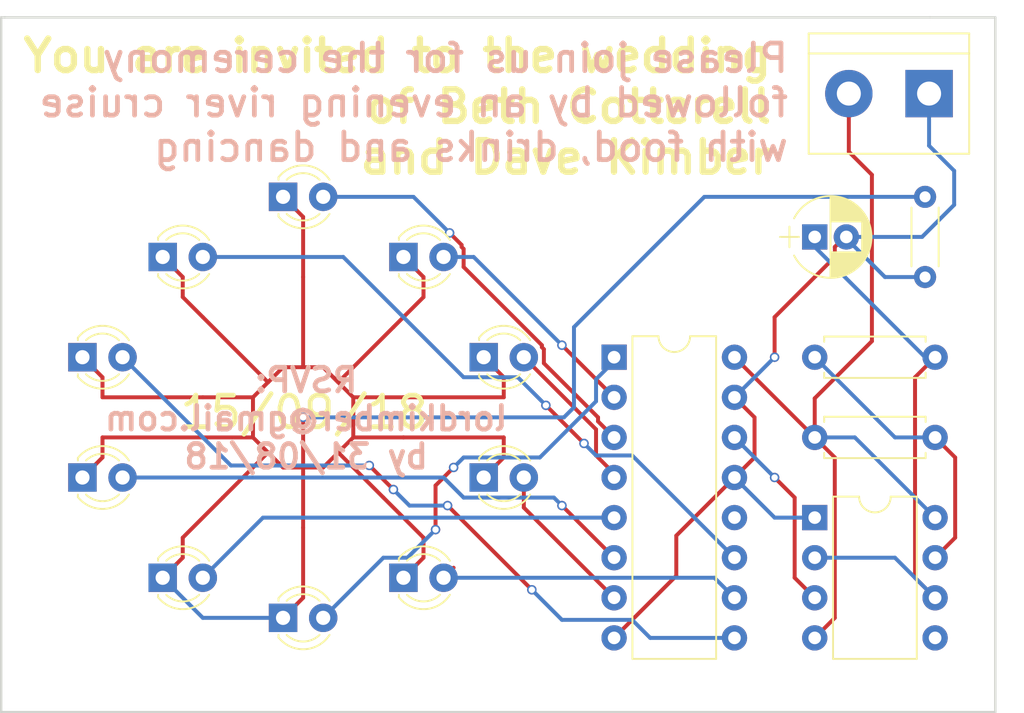
<source format=kicad_pcb>
(kicad_pcb (version 4) (host pcbnew 4.0.7-e2-6376~58~ubuntu16.04.1)

  (general
    (links 36)
    (no_connects 0)
    (area 128.131499 82.538499 191.210001 126.694001)
    (thickness 1.6)
    (drawings 11)
    (tracks 191)
    (zones 0)
    (modules 17)
    (nets 19)
  )

  (page A4)
  (layers
    (0 F.Cu signal)
    (31 B.Cu signal)
    (32 B.Adhes user)
    (33 F.Adhes user)
    (34 B.Paste user)
    (35 F.Paste user)
    (36 B.SilkS user)
    (37 F.SilkS user)
    (38 B.Mask user)
    (39 F.Mask user)
    (40 Dwgs.User user)
    (41 Cmts.User user)
    (42 Eco1.User user)
    (43 Eco2.User user)
    (44 Edge.Cuts user)
    (45 Margin user)
    (46 B.CrtYd user)
    (47 F.CrtYd user)
    (48 B.Fab user)
    (49 F.Fab user)
  )

  (setup
    (last_trace_width 0.25)
    (trace_clearance 0.2)
    (zone_clearance 0.508)
    (zone_45_only no)
    (trace_min 0.2)
    (segment_width 0.2)
    (edge_width 0.15)
    (via_size 0.6)
    (via_drill 0.4)
    (via_min_size 0.4)
    (via_min_drill 0.3)
    (uvia_size 0.3)
    (uvia_drill 0.1)
    (uvias_allowed no)
    (uvia_min_size 0.2)
    (uvia_min_drill 0.1)
    (pcb_text_width 0.3)
    (pcb_text_size 1.5 1.5)
    (mod_edge_width 0.15)
    (mod_text_size 1 1)
    (mod_text_width 0.15)
    (pad_size 1.524 1.524)
    (pad_drill 0.762)
    (pad_to_mask_clearance 0.2)
    (aux_axis_origin 0 0)
    (visible_elements FFFFFF7F)
    (pcbplotparams
      (layerselection 0x010f0_80000001)
      (usegerberextensions false)
      (excludeedgelayer true)
      (linewidth 0.100000)
      (plotframeref false)
      (viasonmask false)
      (mode 1)
      (useauxorigin false)
      (hpglpennumber 1)
      (hpglpenspeed 20)
      (hpglpendiameter 15)
      (hpglpenoverlay 2)
      (psnegative false)
      (psa4output false)
      (plotreference true)
      (plotvalue true)
      (plotinvisibletext false)
      (padsonsilk false)
      (subtractmaskfromsilk false)
      (outputformat 1)
      (mirror false)
      (drillshape 0)
      (scaleselection 1)
      (outputdirectory ""))
  )

  (net 0 "")
  (net 1 "Net-(C1-Pad1)")
  (net 2 "Net-(D1-Pad1)")
  (net 3 "Net-(D1-Pad2)")
  (net 4 "Net-(D2-Pad2)")
  (net 5 "Net-(D3-Pad2)")
  (net 6 "Net-(D4-Pad2)")
  (net 7 "Net-(D5-Pad2)")
  (net 8 "Net-(D6-Pad2)")
  (net 9 "Net-(D7-Pad2)")
  (net 10 "Net-(D8-Pad2)")
  (net 11 "Net-(D9-Pad2)")
  (net 12 "Net-(D10-Pad2)")
  (net 13 "Net-(R1-Pad1)")
  (net 14 "Net-(U1-Pad5)")
  (net 15 "Net-(U1-Pad3)")
  (net 16 "Net-(U2-Pad12)")
  (net 17 VSS)
  (net 18 VDD)

  (net_class Default "This is the default net class."
    (clearance 0.2)
    (trace_width 0.25)
    (via_dia 0.6)
    (via_drill 0.4)
    (uvia_dia 0.3)
    (uvia_drill 0.1)
    (add_net "Net-(C1-Pad1)")
    (add_net "Net-(D1-Pad1)")
    (add_net "Net-(D1-Pad2)")
    (add_net "Net-(D10-Pad2)")
    (add_net "Net-(D2-Pad2)")
    (add_net "Net-(D3-Pad2)")
    (add_net "Net-(D4-Pad2)")
    (add_net "Net-(D5-Pad2)")
    (add_net "Net-(D6-Pad2)")
    (add_net "Net-(D7-Pad2)")
    (add_net "Net-(D8-Pad2)")
    (add_net "Net-(D9-Pad2)")
    (add_net "Net-(R1-Pad1)")
    (add_net "Net-(U1-Pad3)")
    (add_net "Net-(U1-Pad5)")
    (add_net "Net-(U2-Pad12)")
    (add_net VDD)
    (add_net VSS)
  )

  (module Resistors_THT:R_Axial_DIN0204_L3.6mm_D1.6mm_P5.08mm_Horizontal (layer F.Cu) (tedit 5B216908) (tstamp 5A65EEDE)
    (at 186.69 93.98 270)
    (descr "Resistor, Axial_DIN0204 series, Axial, Horizontal, pin pitch=5.08mm, 0.16666666666666666W = 1/6W, length*diameter=3.6*1.6mm^2, http://cdn-reichelt.de/documents/datenblatt/B400/1_4W%23YAG.pdf")
    (tags "Resistor Axial_DIN0204 series Axial Horizontal pin pitch 5.08mm 0.16666666666666666W = 1/6W length 3.6mm diameter 1.6mm")
    (path /5A65E48C)
    (fp_text reference R3 (at 2.54 -1.86 270) (layer F.SilkS) hide
      (effects (font (size 1 1) (thickness 0.15)))
    )
    (fp_text value 1K (at 2.54 1.86 270) (layer F.Fab)
      (effects (font (size 1 1) (thickness 0.15)))
    )
    (fp_line (start 0.74 -0.8) (end 0.74 0.8) (layer F.Fab) (width 0.1))
    (fp_line (start 0.74 0.8) (end 4.34 0.8) (layer F.Fab) (width 0.1))
    (fp_line (start 4.34 0.8) (end 4.34 -0.8) (layer F.Fab) (width 0.1))
    (fp_line (start 4.34 -0.8) (end 0.74 -0.8) (layer F.Fab) (width 0.1))
    (fp_line (start 0 0) (end 0.74 0) (layer F.Fab) (width 0.1))
    (fp_line (start 5.08 0) (end 4.34 0) (layer F.Fab) (width 0.1))
    (fp_line (start 0.68 -0.86) (end 4.4 -0.86) (layer F.SilkS) (width 0.12))
    (fp_line (start 0.68 0.86) (end 4.4 0.86) (layer F.SilkS) (width 0.12))
    (fp_line (start -0.95 -1.15) (end -0.95 1.15) (layer F.CrtYd) (width 0.05))
    (fp_line (start -0.95 1.15) (end 6.05 1.15) (layer F.CrtYd) (width 0.05))
    (fp_line (start 6.05 1.15) (end 6.05 -1.15) (layer F.CrtYd) (width 0.05))
    (fp_line (start 6.05 -1.15) (end -0.95 -1.15) (layer F.CrtYd) (width 0.05))
    (pad 1 thru_hole circle (at 0 0 270) (size 1.4 1.4) (drill 0.7) (layers *.Cu *.Mask)
      (net 2 "Net-(D1-Pad1)"))
    (pad 2 thru_hole oval (at 5.08 0 270) (size 1.4 1.4) (drill 0.7) (layers *.Cu *.Mask)
      (net 17 VSS))
    (model ${KISYS3DMOD}/Resistors_THT.3dshapes/R_Axial_DIN0204_L3.6mm_D1.6mm_P5.08mm_Horizontal.wrl
      (at (xyz 0 0 0))
      (scale (xyz 0.393701 0.393701 0.393701))
      (rotate (xyz 0 0 0))
    )
  )

  (module Capacitors_THT:CP_Radial_D5.0mm_P2.00mm (layer F.Cu) (tedit 5B216911) (tstamp 5A65EE90)
    (at 179.705 96.52)
    (descr "CP, Radial series, Radial, pin pitch=2.00mm, , diameter=5mm, Electrolytic Capacitor")
    (tags "CP Radial series Radial pin pitch 2.00mm  diameter 5mm Electrolytic Capacitor")
    (path /5A65E56A)
    (fp_text reference C1 (at 1 -3.81) (layer F.SilkS) hide
      (effects (font (size 1 1) (thickness 0.15)))
    )
    (fp_text value 1uF (at 1 3.81) (layer F.Fab)
      (effects (font (size 1 1) (thickness 0.15)))
    )
    (fp_arc (start 1 0) (end -1.30558 -1.18) (angle 125.8) (layer F.SilkS) (width 0.12))
    (fp_arc (start 1 0) (end -1.30558 1.18) (angle -125.8) (layer F.SilkS) (width 0.12))
    (fp_arc (start 1 0) (end 3.30558 -1.18) (angle 54.2) (layer F.SilkS) (width 0.12))
    (fp_circle (center 1 0) (end 3.5 0) (layer F.Fab) (width 0.1))
    (fp_line (start -2.2 0) (end -1 0) (layer F.Fab) (width 0.1))
    (fp_line (start -1.6 -0.65) (end -1.6 0.65) (layer F.Fab) (width 0.1))
    (fp_line (start 1 -2.55) (end 1 2.55) (layer F.SilkS) (width 0.12))
    (fp_line (start 1.04 -2.55) (end 1.04 -0.98) (layer F.SilkS) (width 0.12))
    (fp_line (start 1.04 0.98) (end 1.04 2.55) (layer F.SilkS) (width 0.12))
    (fp_line (start 1.08 -2.549) (end 1.08 -0.98) (layer F.SilkS) (width 0.12))
    (fp_line (start 1.08 0.98) (end 1.08 2.549) (layer F.SilkS) (width 0.12))
    (fp_line (start 1.12 -2.548) (end 1.12 -0.98) (layer F.SilkS) (width 0.12))
    (fp_line (start 1.12 0.98) (end 1.12 2.548) (layer F.SilkS) (width 0.12))
    (fp_line (start 1.16 -2.546) (end 1.16 -0.98) (layer F.SilkS) (width 0.12))
    (fp_line (start 1.16 0.98) (end 1.16 2.546) (layer F.SilkS) (width 0.12))
    (fp_line (start 1.2 -2.543) (end 1.2 -0.98) (layer F.SilkS) (width 0.12))
    (fp_line (start 1.2 0.98) (end 1.2 2.543) (layer F.SilkS) (width 0.12))
    (fp_line (start 1.24 -2.539) (end 1.24 -0.98) (layer F.SilkS) (width 0.12))
    (fp_line (start 1.24 0.98) (end 1.24 2.539) (layer F.SilkS) (width 0.12))
    (fp_line (start 1.28 -2.535) (end 1.28 -0.98) (layer F.SilkS) (width 0.12))
    (fp_line (start 1.28 0.98) (end 1.28 2.535) (layer F.SilkS) (width 0.12))
    (fp_line (start 1.32 -2.531) (end 1.32 -0.98) (layer F.SilkS) (width 0.12))
    (fp_line (start 1.32 0.98) (end 1.32 2.531) (layer F.SilkS) (width 0.12))
    (fp_line (start 1.36 -2.525) (end 1.36 -0.98) (layer F.SilkS) (width 0.12))
    (fp_line (start 1.36 0.98) (end 1.36 2.525) (layer F.SilkS) (width 0.12))
    (fp_line (start 1.4 -2.519) (end 1.4 -0.98) (layer F.SilkS) (width 0.12))
    (fp_line (start 1.4 0.98) (end 1.4 2.519) (layer F.SilkS) (width 0.12))
    (fp_line (start 1.44 -2.513) (end 1.44 -0.98) (layer F.SilkS) (width 0.12))
    (fp_line (start 1.44 0.98) (end 1.44 2.513) (layer F.SilkS) (width 0.12))
    (fp_line (start 1.48 -2.506) (end 1.48 -0.98) (layer F.SilkS) (width 0.12))
    (fp_line (start 1.48 0.98) (end 1.48 2.506) (layer F.SilkS) (width 0.12))
    (fp_line (start 1.52 -2.498) (end 1.52 -0.98) (layer F.SilkS) (width 0.12))
    (fp_line (start 1.52 0.98) (end 1.52 2.498) (layer F.SilkS) (width 0.12))
    (fp_line (start 1.56 -2.489) (end 1.56 -0.98) (layer F.SilkS) (width 0.12))
    (fp_line (start 1.56 0.98) (end 1.56 2.489) (layer F.SilkS) (width 0.12))
    (fp_line (start 1.6 -2.48) (end 1.6 -0.98) (layer F.SilkS) (width 0.12))
    (fp_line (start 1.6 0.98) (end 1.6 2.48) (layer F.SilkS) (width 0.12))
    (fp_line (start 1.64 -2.47) (end 1.64 -0.98) (layer F.SilkS) (width 0.12))
    (fp_line (start 1.64 0.98) (end 1.64 2.47) (layer F.SilkS) (width 0.12))
    (fp_line (start 1.68 -2.46) (end 1.68 -0.98) (layer F.SilkS) (width 0.12))
    (fp_line (start 1.68 0.98) (end 1.68 2.46) (layer F.SilkS) (width 0.12))
    (fp_line (start 1.721 -2.448) (end 1.721 -0.98) (layer F.SilkS) (width 0.12))
    (fp_line (start 1.721 0.98) (end 1.721 2.448) (layer F.SilkS) (width 0.12))
    (fp_line (start 1.761 -2.436) (end 1.761 -0.98) (layer F.SilkS) (width 0.12))
    (fp_line (start 1.761 0.98) (end 1.761 2.436) (layer F.SilkS) (width 0.12))
    (fp_line (start 1.801 -2.424) (end 1.801 -0.98) (layer F.SilkS) (width 0.12))
    (fp_line (start 1.801 0.98) (end 1.801 2.424) (layer F.SilkS) (width 0.12))
    (fp_line (start 1.841 -2.41) (end 1.841 -0.98) (layer F.SilkS) (width 0.12))
    (fp_line (start 1.841 0.98) (end 1.841 2.41) (layer F.SilkS) (width 0.12))
    (fp_line (start 1.881 -2.396) (end 1.881 -0.98) (layer F.SilkS) (width 0.12))
    (fp_line (start 1.881 0.98) (end 1.881 2.396) (layer F.SilkS) (width 0.12))
    (fp_line (start 1.921 -2.382) (end 1.921 -0.98) (layer F.SilkS) (width 0.12))
    (fp_line (start 1.921 0.98) (end 1.921 2.382) (layer F.SilkS) (width 0.12))
    (fp_line (start 1.961 -2.366) (end 1.961 -0.98) (layer F.SilkS) (width 0.12))
    (fp_line (start 1.961 0.98) (end 1.961 2.366) (layer F.SilkS) (width 0.12))
    (fp_line (start 2.001 -2.35) (end 2.001 -0.98) (layer F.SilkS) (width 0.12))
    (fp_line (start 2.001 0.98) (end 2.001 2.35) (layer F.SilkS) (width 0.12))
    (fp_line (start 2.041 -2.333) (end 2.041 -0.98) (layer F.SilkS) (width 0.12))
    (fp_line (start 2.041 0.98) (end 2.041 2.333) (layer F.SilkS) (width 0.12))
    (fp_line (start 2.081 -2.315) (end 2.081 -0.98) (layer F.SilkS) (width 0.12))
    (fp_line (start 2.081 0.98) (end 2.081 2.315) (layer F.SilkS) (width 0.12))
    (fp_line (start 2.121 -2.296) (end 2.121 -0.98) (layer F.SilkS) (width 0.12))
    (fp_line (start 2.121 0.98) (end 2.121 2.296) (layer F.SilkS) (width 0.12))
    (fp_line (start 2.161 -2.276) (end 2.161 -0.98) (layer F.SilkS) (width 0.12))
    (fp_line (start 2.161 0.98) (end 2.161 2.276) (layer F.SilkS) (width 0.12))
    (fp_line (start 2.201 -2.256) (end 2.201 -0.98) (layer F.SilkS) (width 0.12))
    (fp_line (start 2.201 0.98) (end 2.201 2.256) (layer F.SilkS) (width 0.12))
    (fp_line (start 2.241 -2.234) (end 2.241 -0.98) (layer F.SilkS) (width 0.12))
    (fp_line (start 2.241 0.98) (end 2.241 2.234) (layer F.SilkS) (width 0.12))
    (fp_line (start 2.281 -2.212) (end 2.281 -0.98) (layer F.SilkS) (width 0.12))
    (fp_line (start 2.281 0.98) (end 2.281 2.212) (layer F.SilkS) (width 0.12))
    (fp_line (start 2.321 -2.189) (end 2.321 -0.98) (layer F.SilkS) (width 0.12))
    (fp_line (start 2.321 0.98) (end 2.321 2.189) (layer F.SilkS) (width 0.12))
    (fp_line (start 2.361 -2.165) (end 2.361 -0.98) (layer F.SilkS) (width 0.12))
    (fp_line (start 2.361 0.98) (end 2.361 2.165) (layer F.SilkS) (width 0.12))
    (fp_line (start 2.401 -2.14) (end 2.401 -0.98) (layer F.SilkS) (width 0.12))
    (fp_line (start 2.401 0.98) (end 2.401 2.14) (layer F.SilkS) (width 0.12))
    (fp_line (start 2.441 -2.113) (end 2.441 -0.98) (layer F.SilkS) (width 0.12))
    (fp_line (start 2.441 0.98) (end 2.441 2.113) (layer F.SilkS) (width 0.12))
    (fp_line (start 2.481 -2.086) (end 2.481 -0.98) (layer F.SilkS) (width 0.12))
    (fp_line (start 2.481 0.98) (end 2.481 2.086) (layer F.SilkS) (width 0.12))
    (fp_line (start 2.521 -2.058) (end 2.521 -0.98) (layer F.SilkS) (width 0.12))
    (fp_line (start 2.521 0.98) (end 2.521 2.058) (layer F.SilkS) (width 0.12))
    (fp_line (start 2.561 -2.028) (end 2.561 -0.98) (layer F.SilkS) (width 0.12))
    (fp_line (start 2.561 0.98) (end 2.561 2.028) (layer F.SilkS) (width 0.12))
    (fp_line (start 2.601 -1.997) (end 2.601 -0.98) (layer F.SilkS) (width 0.12))
    (fp_line (start 2.601 0.98) (end 2.601 1.997) (layer F.SilkS) (width 0.12))
    (fp_line (start 2.641 -1.965) (end 2.641 -0.98) (layer F.SilkS) (width 0.12))
    (fp_line (start 2.641 0.98) (end 2.641 1.965) (layer F.SilkS) (width 0.12))
    (fp_line (start 2.681 -1.932) (end 2.681 -0.98) (layer F.SilkS) (width 0.12))
    (fp_line (start 2.681 0.98) (end 2.681 1.932) (layer F.SilkS) (width 0.12))
    (fp_line (start 2.721 -1.897) (end 2.721 -0.98) (layer F.SilkS) (width 0.12))
    (fp_line (start 2.721 0.98) (end 2.721 1.897) (layer F.SilkS) (width 0.12))
    (fp_line (start 2.761 -1.861) (end 2.761 -0.98) (layer F.SilkS) (width 0.12))
    (fp_line (start 2.761 0.98) (end 2.761 1.861) (layer F.SilkS) (width 0.12))
    (fp_line (start 2.801 -1.823) (end 2.801 -0.98) (layer F.SilkS) (width 0.12))
    (fp_line (start 2.801 0.98) (end 2.801 1.823) (layer F.SilkS) (width 0.12))
    (fp_line (start 2.841 -1.783) (end 2.841 -0.98) (layer F.SilkS) (width 0.12))
    (fp_line (start 2.841 0.98) (end 2.841 1.783) (layer F.SilkS) (width 0.12))
    (fp_line (start 2.881 -1.742) (end 2.881 -0.98) (layer F.SilkS) (width 0.12))
    (fp_line (start 2.881 0.98) (end 2.881 1.742) (layer F.SilkS) (width 0.12))
    (fp_line (start 2.921 -1.699) (end 2.921 -0.98) (layer F.SilkS) (width 0.12))
    (fp_line (start 2.921 0.98) (end 2.921 1.699) (layer F.SilkS) (width 0.12))
    (fp_line (start 2.961 -1.654) (end 2.961 -0.98) (layer F.SilkS) (width 0.12))
    (fp_line (start 2.961 0.98) (end 2.961 1.654) (layer F.SilkS) (width 0.12))
    (fp_line (start 3.001 -1.606) (end 3.001 1.606) (layer F.SilkS) (width 0.12))
    (fp_line (start 3.041 -1.556) (end 3.041 1.556) (layer F.SilkS) (width 0.12))
    (fp_line (start 3.081 -1.504) (end 3.081 1.504) (layer F.SilkS) (width 0.12))
    (fp_line (start 3.121 -1.448) (end 3.121 1.448) (layer F.SilkS) (width 0.12))
    (fp_line (start 3.161 -1.39) (end 3.161 1.39) (layer F.SilkS) (width 0.12))
    (fp_line (start 3.201 -1.327) (end 3.201 1.327) (layer F.SilkS) (width 0.12))
    (fp_line (start 3.241 -1.261) (end 3.241 1.261) (layer F.SilkS) (width 0.12))
    (fp_line (start 3.281 -1.189) (end 3.281 1.189) (layer F.SilkS) (width 0.12))
    (fp_line (start 3.321 -1.112) (end 3.321 1.112) (layer F.SilkS) (width 0.12))
    (fp_line (start 3.361 -1.028) (end 3.361 1.028) (layer F.SilkS) (width 0.12))
    (fp_line (start 3.401 -0.934) (end 3.401 0.934) (layer F.SilkS) (width 0.12))
    (fp_line (start 3.441 -0.829) (end 3.441 0.829) (layer F.SilkS) (width 0.12))
    (fp_line (start 3.481 -0.707) (end 3.481 0.707) (layer F.SilkS) (width 0.12))
    (fp_line (start 3.521 -0.559) (end 3.521 0.559) (layer F.SilkS) (width 0.12))
    (fp_line (start 3.561 -0.354) (end 3.561 0.354) (layer F.SilkS) (width 0.12))
    (fp_line (start -2.2 0) (end -1 0) (layer F.SilkS) (width 0.12))
    (fp_line (start -1.6 -0.65) (end -1.6 0.65) (layer F.SilkS) (width 0.12))
    (fp_line (start -1.85 -2.85) (end -1.85 2.85) (layer F.CrtYd) (width 0.05))
    (fp_line (start -1.85 2.85) (end 3.85 2.85) (layer F.CrtYd) (width 0.05))
    (fp_line (start 3.85 2.85) (end 3.85 -2.85) (layer F.CrtYd) (width 0.05))
    (fp_line (start 3.85 -2.85) (end -1.85 -2.85) (layer F.CrtYd) (width 0.05))
    (fp_text user %R (at 1 0) (layer F.Fab)
      (effects (font (size 1 1) (thickness 0.15)))
    )
    (pad 1 thru_hole rect (at 0 0) (size 1.6 1.6) (drill 0.8) (layers *.Cu *.Mask)
      (net 1 "Net-(C1-Pad1)"))
    (pad 2 thru_hole circle (at 2 0) (size 1.6 1.6) (drill 0.8) (layers *.Cu *.Mask)
      (net 17 VSS))
    (model ${KISYS3DMOD}/Capacitors_THT.3dshapes/CP_Radial_D5.0mm_P2.00mm.wrl
      (at (xyz 0 0 0))
      (scale (xyz 1 1 1))
      (rotate (xyz 0 0 0))
    )
  )

  (module LEDs:LED_D3.0mm (layer F.Cu) (tedit 5B21693F) (tstamp 5A65EE96)
    (at 146.05 93.98)
    (descr "LED, diameter 3.0mm, 2 pins")
    (tags "LED diameter 3.0mm 2 pins")
    (path /5A65E6A9)
    (fp_text reference D1 (at 1.27 -2.96) (layer F.SilkS) hide
      (effects (font (size 1 1) (thickness 0.15)))
    )
    (fp_text value LED (at 1.27 2.96) (layer F.Fab)
      (effects (font (size 1 1) (thickness 0.15)))
    )
    (fp_arc (start 1.27 0) (end -0.23 -1.16619) (angle 284.3) (layer F.Fab) (width 0.1))
    (fp_arc (start 1.27 0) (end -0.29 -1.235516) (angle 108.8) (layer F.SilkS) (width 0.12))
    (fp_arc (start 1.27 0) (end -0.29 1.235516) (angle -108.8) (layer F.SilkS) (width 0.12))
    (fp_arc (start 1.27 0) (end 0.229039 -1.08) (angle 87.9) (layer F.SilkS) (width 0.12))
    (fp_arc (start 1.27 0) (end 0.229039 1.08) (angle -87.9) (layer F.SilkS) (width 0.12))
    (fp_circle (center 1.27 0) (end 2.77 0) (layer F.Fab) (width 0.1))
    (fp_line (start -0.23 -1.16619) (end -0.23 1.16619) (layer F.Fab) (width 0.1))
    (fp_line (start -0.29 -1.236) (end -0.29 -1.08) (layer F.SilkS) (width 0.12))
    (fp_line (start -0.29 1.08) (end -0.29 1.236) (layer F.SilkS) (width 0.12))
    (fp_line (start -1.15 -2.25) (end -1.15 2.25) (layer F.CrtYd) (width 0.05))
    (fp_line (start -1.15 2.25) (end 3.7 2.25) (layer F.CrtYd) (width 0.05))
    (fp_line (start 3.7 2.25) (end 3.7 -2.25) (layer F.CrtYd) (width 0.05))
    (fp_line (start 3.7 -2.25) (end -1.15 -2.25) (layer F.CrtYd) (width 0.05))
    (pad 1 thru_hole rect (at 0 0) (size 1.8 1.8) (drill 0.9) (layers *.Cu *.Mask)
      (net 2 "Net-(D1-Pad1)"))
    (pad 2 thru_hole circle (at 2.54 0) (size 1.8 1.8) (drill 0.9) (layers *.Cu *.Mask)
      (net 3 "Net-(D1-Pad2)"))
    (model ${KISYS3DMOD}/LEDs.3dshapes/LED_D3.0mm.wrl
      (at (xyz 0 0 0))
      (scale (xyz 0.393701 0.393701 0.393701))
      (rotate (xyz 0 0 0))
    )
  )

  (module LEDs:LED_D3.0mm (layer F.Cu) (tedit 5B216942) (tstamp 5A65EE9C)
    (at 153.67 97.79)
    (descr "LED, diameter 3.0mm, 2 pins")
    (tags "LED diameter 3.0mm 2 pins")
    (path /5A65E8C6)
    (fp_text reference D2 (at 1.27 -2.96) (layer F.SilkS) hide
      (effects (font (size 1 1) (thickness 0.15)))
    )
    (fp_text value LED (at 1.27 2.96) (layer F.Fab)
      (effects (font (size 1 1) (thickness 0.15)))
    )
    (fp_arc (start 1.27 0) (end -0.23 -1.16619) (angle 284.3) (layer F.Fab) (width 0.1))
    (fp_arc (start 1.27 0) (end -0.29 -1.235516) (angle 108.8) (layer F.SilkS) (width 0.12))
    (fp_arc (start 1.27 0) (end -0.29 1.235516) (angle -108.8) (layer F.SilkS) (width 0.12))
    (fp_arc (start 1.27 0) (end 0.229039 -1.08) (angle 87.9) (layer F.SilkS) (width 0.12))
    (fp_arc (start 1.27 0) (end 0.229039 1.08) (angle -87.9) (layer F.SilkS) (width 0.12))
    (fp_circle (center 1.27 0) (end 2.77 0) (layer F.Fab) (width 0.1))
    (fp_line (start -0.23 -1.16619) (end -0.23 1.16619) (layer F.Fab) (width 0.1))
    (fp_line (start -0.29 -1.236) (end -0.29 -1.08) (layer F.SilkS) (width 0.12))
    (fp_line (start -0.29 1.08) (end -0.29 1.236) (layer F.SilkS) (width 0.12))
    (fp_line (start -1.15 -2.25) (end -1.15 2.25) (layer F.CrtYd) (width 0.05))
    (fp_line (start -1.15 2.25) (end 3.7 2.25) (layer F.CrtYd) (width 0.05))
    (fp_line (start 3.7 2.25) (end 3.7 -2.25) (layer F.CrtYd) (width 0.05))
    (fp_line (start 3.7 -2.25) (end -1.15 -2.25) (layer F.CrtYd) (width 0.05))
    (pad 1 thru_hole rect (at 0 0) (size 1.8 1.8) (drill 0.9) (layers *.Cu *.Mask)
      (net 2 "Net-(D1-Pad1)"))
    (pad 2 thru_hole circle (at 2.54 0) (size 1.8 1.8) (drill 0.9) (layers *.Cu *.Mask)
      (net 4 "Net-(D2-Pad2)"))
    (model ${KISYS3DMOD}/LEDs.3dshapes/LED_D3.0mm.wrl
      (at (xyz 0 0 0))
      (scale (xyz 0.393701 0.393701 0.393701))
      (rotate (xyz 0 0 0))
    )
  )

  (module LEDs:LED_D3.0mm (layer F.Cu) (tedit 5B216922) (tstamp 5A65EEA2)
    (at 158.75 104.14)
    (descr "LED, diameter 3.0mm, 2 pins")
    (tags "LED diameter 3.0mm 2 pins")
    (path /5A65E9A5)
    (fp_text reference D3 (at 1.27 -2.96) (layer F.SilkS) hide
      (effects (font (size 1 1) (thickness 0.15)))
    )
    (fp_text value LED (at 1.27 2.96) (layer F.Fab)
      (effects (font (size 1 1) (thickness 0.15)))
    )
    (fp_arc (start 1.27 0) (end -0.23 -1.16619) (angle 284.3) (layer F.Fab) (width 0.1))
    (fp_arc (start 1.27 0) (end -0.29 -1.235516) (angle 108.8) (layer F.SilkS) (width 0.12))
    (fp_arc (start 1.27 0) (end -0.29 1.235516) (angle -108.8) (layer F.SilkS) (width 0.12))
    (fp_arc (start 1.27 0) (end 0.229039 -1.08) (angle 87.9) (layer F.SilkS) (width 0.12))
    (fp_arc (start 1.27 0) (end 0.229039 1.08) (angle -87.9) (layer F.SilkS) (width 0.12))
    (fp_circle (center 1.27 0) (end 2.77 0) (layer F.Fab) (width 0.1))
    (fp_line (start -0.23 -1.16619) (end -0.23 1.16619) (layer F.Fab) (width 0.1))
    (fp_line (start -0.29 -1.236) (end -0.29 -1.08) (layer F.SilkS) (width 0.12))
    (fp_line (start -0.29 1.08) (end -0.29 1.236) (layer F.SilkS) (width 0.12))
    (fp_line (start -1.15 -2.25) (end -1.15 2.25) (layer F.CrtYd) (width 0.05))
    (fp_line (start -1.15 2.25) (end 3.7 2.25) (layer F.CrtYd) (width 0.05))
    (fp_line (start 3.7 2.25) (end 3.7 -2.25) (layer F.CrtYd) (width 0.05))
    (fp_line (start 3.7 -2.25) (end -1.15 -2.25) (layer F.CrtYd) (width 0.05))
    (pad 1 thru_hole rect (at 0 0) (size 1.8 1.8) (drill 0.9) (layers *.Cu *.Mask)
      (net 2 "Net-(D1-Pad1)"))
    (pad 2 thru_hole circle (at 2.54 0) (size 1.8 1.8) (drill 0.9) (layers *.Cu *.Mask)
      (net 5 "Net-(D3-Pad2)"))
    (model ${KISYS3DMOD}/LEDs.3dshapes/LED_D3.0mm.wrl
      (at (xyz 0 0 0))
      (scale (xyz 0.393701 0.393701 0.393701))
      (rotate (xyz 0 0 0))
    )
  )

  (module LEDs:LED_D3.0mm (layer F.Cu) (tedit 5B216926) (tstamp 5A65EEA8)
    (at 158.75 111.76)
    (descr "LED, diameter 3.0mm, 2 pins")
    (tags "LED diameter 3.0mm 2 pins")
    (path /5A65EA8D)
    (fp_text reference D4 (at 1.27 -2.96) (layer F.SilkS) hide
      (effects (font (size 1 1) (thickness 0.15)))
    )
    (fp_text value LED (at 1.27 2.96) (layer F.Fab)
      (effects (font (size 1 1) (thickness 0.15)))
    )
    (fp_arc (start 1.27 0) (end -0.23 -1.16619) (angle 284.3) (layer F.Fab) (width 0.1))
    (fp_arc (start 1.27 0) (end -0.29 -1.235516) (angle 108.8) (layer F.SilkS) (width 0.12))
    (fp_arc (start 1.27 0) (end -0.29 1.235516) (angle -108.8) (layer F.SilkS) (width 0.12))
    (fp_arc (start 1.27 0) (end 0.229039 -1.08) (angle 87.9) (layer F.SilkS) (width 0.12))
    (fp_arc (start 1.27 0) (end 0.229039 1.08) (angle -87.9) (layer F.SilkS) (width 0.12))
    (fp_circle (center 1.27 0) (end 2.77 0) (layer F.Fab) (width 0.1))
    (fp_line (start -0.23 -1.16619) (end -0.23 1.16619) (layer F.Fab) (width 0.1))
    (fp_line (start -0.29 -1.236) (end -0.29 -1.08) (layer F.SilkS) (width 0.12))
    (fp_line (start -0.29 1.08) (end -0.29 1.236) (layer F.SilkS) (width 0.12))
    (fp_line (start -1.15 -2.25) (end -1.15 2.25) (layer F.CrtYd) (width 0.05))
    (fp_line (start -1.15 2.25) (end 3.7 2.25) (layer F.CrtYd) (width 0.05))
    (fp_line (start 3.7 2.25) (end 3.7 -2.25) (layer F.CrtYd) (width 0.05))
    (fp_line (start 3.7 -2.25) (end -1.15 -2.25) (layer F.CrtYd) (width 0.05))
    (pad 1 thru_hole rect (at 0 0) (size 1.8 1.8) (drill 0.9) (layers *.Cu *.Mask)
      (net 2 "Net-(D1-Pad1)"))
    (pad 2 thru_hole circle (at 2.54 0) (size 1.8 1.8) (drill 0.9) (layers *.Cu *.Mask)
      (net 6 "Net-(D4-Pad2)"))
    (model ${KISYS3DMOD}/LEDs.3dshapes/LED_D3.0mm.wrl
      (at (xyz 0 0 0))
      (scale (xyz 0.393701 0.393701 0.393701))
      (rotate (xyz 0 0 0))
    )
  )

  (module LEDs:LED_D3.0mm (layer F.Cu) (tedit 5B216929) (tstamp 5A65EEAE)
    (at 153.67 118.11)
    (descr "LED, diameter 3.0mm, 2 pins")
    (tags "LED diameter 3.0mm 2 pins")
    (path /5A65E7B7)
    (fp_text reference D5 (at 1.27 -2.96) (layer F.SilkS) hide
      (effects (font (size 1 1) (thickness 0.15)))
    )
    (fp_text value LED (at 1.27 2.96) (layer F.Fab)
      (effects (font (size 1 1) (thickness 0.15)))
    )
    (fp_arc (start 1.27 0) (end -0.23 -1.16619) (angle 284.3) (layer F.Fab) (width 0.1))
    (fp_arc (start 1.27 0) (end -0.29 -1.235516) (angle 108.8) (layer F.SilkS) (width 0.12))
    (fp_arc (start 1.27 0) (end -0.29 1.235516) (angle -108.8) (layer F.SilkS) (width 0.12))
    (fp_arc (start 1.27 0) (end 0.229039 -1.08) (angle 87.9) (layer F.SilkS) (width 0.12))
    (fp_arc (start 1.27 0) (end 0.229039 1.08) (angle -87.9) (layer F.SilkS) (width 0.12))
    (fp_circle (center 1.27 0) (end 2.77 0) (layer F.Fab) (width 0.1))
    (fp_line (start -0.23 -1.16619) (end -0.23 1.16619) (layer F.Fab) (width 0.1))
    (fp_line (start -0.29 -1.236) (end -0.29 -1.08) (layer F.SilkS) (width 0.12))
    (fp_line (start -0.29 1.08) (end -0.29 1.236) (layer F.SilkS) (width 0.12))
    (fp_line (start -1.15 -2.25) (end -1.15 2.25) (layer F.CrtYd) (width 0.05))
    (fp_line (start -1.15 2.25) (end 3.7 2.25) (layer F.CrtYd) (width 0.05))
    (fp_line (start 3.7 2.25) (end 3.7 -2.25) (layer F.CrtYd) (width 0.05))
    (fp_line (start 3.7 -2.25) (end -1.15 -2.25) (layer F.CrtYd) (width 0.05))
    (pad 1 thru_hole rect (at 0 0) (size 1.8 1.8) (drill 0.9) (layers *.Cu *.Mask)
      (net 2 "Net-(D1-Pad1)"))
    (pad 2 thru_hole circle (at 2.54 0) (size 1.8 1.8) (drill 0.9) (layers *.Cu *.Mask)
      (net 7 "Net-(D5-Pad2)"))
    (model ${KISYS3DMOD}/LEDs.3dshapes/LED_D3.0mm.wrl
      (at (xyz 0 0 0))
      (scale (xyz 0.393701 0.393701 0.393701))
      (rotate (xyz 0 0 0))
    )
  )

  (module LEDs:LED_D3.0mm (layer F.Cu) (tedit 5B21692C) (tstamp 5A65EEB4)
    (at 146.05 120.65)
    (descr "LED, diameter 3.0mm, 2 pins")
    (tags "LED diameter 3.0mm 2 pins")
    (path /5A65E914)
    (fp_text reference D6 (at 1.27 -2.96) (layer F.SilkS) hide
      (effects (font (size 1 1) (thickness 0.15)))
    )
    (fp_text value LED (at 1.27 2.96) (layer F.Fab)
      (effects (font (size 1 1) (thickness 0.15)))
    )
    (fp_arc (start 1.27 0) (end -0.23 -1.16619) (angle 284.3) (layer F.Fab) (width 0.1))
    (fp_arc (start 1.27 0) (end -0.29 -1.235516) (angle 108.8) (layer F.SilkS) (width 0.12))
    (fp_arc (start 1.27 0) (end -0.29 1.235516) (angle -108.8) (layer F.SilkS) (width 0.12))
    (fp_arc (start 1.27 0) (end 0.229039 -1.08) (angle 87.9) (layer F.SilkS) (width 0.12))
    (fp_arc (start 1.27 0) (end 0.229039 1.08) (angle -87.9) (layer F.SilkS) (width 0.12))
    (fp_circle (center 1.27 0) (end 2.77 0) (layer F.Fab) (width 0.1))
    (fp_line (start -0.23 -1.16619) (end -0.23 1.16619) (layer F.Fab) (width 0.1))
    (fp_line (start -0.29 -1.236) (end -0.29 -1.08) (layer F.SilkS) (width 0.12))
    (fp_line (start -0.29 1.08) (end -0.29 1.236) (layer F.SilkS) (width 0.12))
    (fp_line (start -1.15 -2.25) (end -1.15 2.25) (layer F.CrtYd) (width 0.05))
    (fp_line (start -1.15 2.25) (end 3.7 2.25) (layer F.CrtYd) (width 0.05))
    (fp_line (start 3.7 2.25) (end 3.7 -2.25) (layer F.CrtYd) (width 0.05))
    (fp_line (start 3.7 -2.25) (end -1.15 -2.25) (layer F.CrtYd) (width 0.05))
    (pad 1 thru_hole rect (at 0 0) (size 1.8 1.8) (drill 0.9) (layers *.Cu *.Mask)
      (net 2 "Net-(D1-Pad1)"))
    (pad 2 thru_hole circle (at 2.54 0) (size 1.8 1.8) (drill 0.9) (layers *.Cu *.Mask)
      (net 8 "Net-(D6-Pad2)"))
    (model ${KISYS3DMOD}/LEDs.3dshapes/LED_D3.0mm.wrl
      (at (xyz 0 0 0))
      (scale (xyz 0.393701 0.393701 0.393701))
      (rotate (xyz 0 0 0))
    )
  )

  (module LEDs:LED_D3.0mm (layer F.Cu) (tedit 5B21692F) (tstamp 5A65EEBA)
    (at 138.43 118.11)
    (descr "LED, diameter 3.0mm, 2 pins")
    (tags "LED diameter 3.0mm 2 pins")
    (path /5A65E9F4)
    (fp_text reference D7 (at 1.27 -2.96) (layer F.SilkS) hide
      (effects (font (size 1 1) (thickness 0.15)))
    )
    (fp_text value LED (at 1.27 2.96) (layer F.Fab)
      (effects (font (size 1 1) (thickness 0.15)))
    )
    (fp_arc (start 1.27 0) (end -0.23 -1.16619) (angle 284.3) (layer F.Fab) (width 0.1))
    (fp_arc (start 1.27 0) (end -0.29 -1.235516) (angle 108.8) (layer F.SilkS) (width 0.12))
    (fp_arc (start 1.27 0) (end -0.29 1.235516) (angle -108.8) (layer F.SilkS) (width 0.12))
    (fp_arc (start 1.27 0) (end 0.229039 -1.08) (angle 87.9) (layer F.SilkS) (width 0.12))
    (fp_arc (start 1.27 0) (end 0.229039 1.08) (angle -87.9) (layer F.SilkS) (width 0.12))
    (fp_circle (center 1.27 0) (end 2.77 0) (layer F.Fab) (width 0.1))
    (fp_line (start -0.23 -1.16619) (end -0.23 1.16619) (layer F.Fab) (width 0.1))
    (fp_line (start -0.29 -1.236) (end -0.29 -1.08) (layer F.SilkS) (width 0.12))
    (fp_line (start -0.29 1.08) (end -0.29 1.236) (layer F.SilkS) (width 0.12))
    (fp_line (start -1.15 -2.25) (end -1.15 2.25) (layer F.CrtYd) (width 0.05))
    (fp_line (start -1.15 2.25) (end 3.7 2.25) (layer F.CrtYd) (width 0.05))
    (fp_line (start 3.7 2.25) (end 3.7 -2.25) (layer F.CrtYd) (width 0.05))
    (fp_line (start 3.7 -2.25) (end -1.15 -2.25) (layer F.CrtYd) (width 0.05))
    (pad 1 thru_hole rect (at 0 0) (size 1.8 1.8) (drill 0.9) (layers *.Cu *.Mask)
      (net 2 "Net-(D1-Pad1)"))
    (pad 2 thru_hole circle (at 2.54 0) (size 1.8 1.8) (drill 0.9) (layers *.Cu *.Mask)
      (net 9 "Net-(D7-Pad2)"))
    (model ${KISYS3DMOD}/LEDs.3dshapes/LED_D3.0mm.wrl
      (at (xyz 0 0 0))
      (scale (xyz 0.393701 0.393701 0.393701))
      (rotate (xyz 0 0 0))
    )
  )

  (module LEDs:LED_D3.0mm (layer F.Cu) (tedit 5B216933) (tstamp 5A65EEC0)
    (at 133.35 111.76)
    (descr "LED, diameter 3.0mm, 2 pins")
    (tags "LED diameter 3.0mm 2 pins")
    (path /5A65E881)
    (fp_text reference D8 (at 1.27 -2.96) (layer F.SilkS) hide
      (effects (font (size 1 1) (thickness 0.15)))
    )
    (fp_text value LED (at 1.27 2.96) (layer F.Fab)
      (effects (font (size 1 1) (thickness 0.15)))
    )
    (fp_arc (start 1.27 0) (end -0.23 -1.16619) (angle 284.3) (layer F.Fab) (width 0.1))
    (fp_arc (start 1.27 0) (end -0.29 -1.235516) (angle 108.8) (layer F.SilkS) (width 0.12))
    (fp_arc (start 1.27 0) (end -0.29 1.235516) (angle -108.8) (layer F.SilkS) (width 0.12))
    (fp_arc (start 1.27 0) (end 0.229039 -1.08) (angle 87.9) (layer F.SilkS) (width 0.12))
    (fp_arc (start 1.27 0) (end 0.229039 1.08) (angle -87.9) (layer F.SilkS) (width 0.12))
    (fp_circle (center 1.27 0) (end 2.77 0) (layer F.Fab) (width 0.1))
    (fp_line (start -0.23 -1.16619) (end -0.23 1.16619) (layer F.Fab) (width 0.1))
    (fp_line (start -0.29 -1.236) (end -0.29 -1.08) (layer F.SilkS) (width 0.12))
    (fp_line (start -0.29 1.08) (end -0.29 1.236) (layer F.SilkS) (width 0.12))
    (fp_line (start -1.15 -2.25) (end -1.15 2.25) (layer F.CrtYd) (width 0.05))
    (fp_line (start -1.15 2.25) (end 3.7 2.25) (layer F.CrtYd) (width 0.05))
    (fp_line (start 3.7 2.25) (end 3.7 -2.25) (layer F.CrtYd) (width 0.05))
    (fp_line (start 3.7 -2.25) (end -1.15 -2.25) (layer F.CrtYd) (width 0.05))
    (pad 1 thru_hole rect (at 0 0) (size 1.8 1.8) (drill 0.9) (layers *.Cu *.Mask)
      (net 2 "Net-(D1-Pad1)"))
    (pad 2 thru_hole circle (at 2.54 0) (size 1.8 1.8) (drill 0.9) (layers *.Cu *.Mask)
      (net 10 "Net-(D8-Pad2)"))
    (model ${KISYS3DMOD}/LEDs.3dshapes/LED_D3.0mm.wrl
      (at (xyz 0 0 0))
      (scale (xyz 0.393701 0.393701 0.393701))
      (rotate (xyz 0 0 0))
    )
  )

  (module LEDs:LED_D3.0mm (layer F.Cu) (tedit 5B216936) (tstamp 5A65EEC6)
    (at 133.35 104.14)
    (descr "LED, diameter 3.0mm, 2 pins")
    (tags "LED diameter 3.0mm 2 pins")
    (path /5A65E959)
    (fp_text reference D9 (at 1.27 -2.96) (layer F.SilkS) hide
      (effects (font (size 1 1) (thickness 0.15)))
    )
    (fp_text value LED (at 1.27 2.96) (layer F.Fab)
      (effects (font (size 1 1) (thickness 0.15)))
    )
    (fp_arc (start 1.27 0) (end -0.23 -1.16619) (angle 284.3) (layer F.Fab) (width 0.1))
    (fp_arc (start 1.27 0) (end -0.29 -1.235516) (angle 108.8) (layer F.SilkS) (width 0.12))
    (fp_arc (start 1.27 0) (end -0.29 1.235516) (angle -108.8) (layer F.SilkS) (width 0.12))
    (fp_arc (start 1.27 0) (end 0.229039 -1.08) (angle 87.9) (layer F.SilkS) (width 0.12))
    (fp_arc (start 1.27 0) (end 0.229039 1.08) (angle -87.9) (layer F.SilkS) (width 0.12))
    (fp_circle (center 1.27 0) (end 2.77 0) (layer F.Fab) (width 0.1))
    (fp_line (start -0.23 -1.16619) (end -0.23 1.16619) (layer F.Fab) (width 0.1))
    (fp_line (start -0.29 -1.236) (end -0.29 -1.08) (layer F.SilkS) (width 0.12))
    (fp_line (start -0.29 1.08) (end -0.29 1.236) (layer F.SilkS) (width 0.12))
    (fp_line (start -1.15 -2.25) (end -1.15 2.25) (layer F.CrtYd) (width 0.05))
    (fp_line (start -1.15 2.25) (end 3.7 2.25) (layer F.CrtYd) (width 0.05))
    (fp_line (start 3.7 2.25) (end 3.7 -2.25) (layer F.CrtYd) (width 0.05))
    (fp_line (start 3.7 -2.25) (end -1.15 -2.25) (layer F.CrtYd) (width 0.05))
    (pad 1 thru_hole rect (at 0 0) (size 1.8 1.8) (drill 0.9) (layers *.Cu *.Mask)
      (net 2 "Net-(D1-Pad1)"))
    (pad 2 thru_hole circle (at 2.54 0) (size 1.8 1.8) (drill 0.9) (layers *.Cu *.Mask)
      (net 11 "Net-(D9-Pad2)"))
    (model ${KISYS3DMOD}/LEDs.3dshapes/LED_D3.0mm.wrl
      (at (xyz 0 0 0))
      (scale (xyz 0.393701 0.393701 0.393701))
      (rotate (xyz 0 0 0))
    )
  )

  (module LEDs:LED_D3.0mm (layer F.Cu) (tedit 5B21693A) (tstamp 5A65EECC)
    (at 138.43 97.79)
    (descr "LED, diameter 3.0mm, 2 pins")
    (tags "LED diameter 3.0mm 2 pins")
    (path /5A65EA3C)
    (fp_text reference D10 (at 1.27 -2.96) (layer F.SilkS) hide
      (effects (font (size 1 1) (thickness 0.15)))
    )
    (fp_text value LED (at 1.27 2.96) (layer F.Fab)
      (effects (font (size 1 1) (thickness 0.15)))
    )
    (fp_arc (start 1.27 0) (end -0.23 -1.16619) (angle 284.3) (layer F.Fab) (width 0.1))
    (fp_arc (start 1.27 0) (end -0.29 -1.235516) (angle 108.8) (layer F.SilkS) (width 0.12))
    (fp_arc (start 1.27 0) (end -0.29 1.235516) (angle -108.8) (layer F.SilkS) (width 0.12))
    (fp_arc (start 1.27 0) (end 0.229039 -1.08) (angle 87.9) (layer F.SilkS) (width 0.12))
    (fp_arc (start 1.27 0) (end 0.229039 1.08) (angle -87.9) (layer F.SilkS) (width 0.12))
    (fp_circle (center 1.27 0) (end 2.77 0) (layer F.Fab) (width 0.1))
    (fp_line (start -0.23 -1.16619) (end -0.23 1.16619) (layer F.Fab) (width 0.1))
    (fp_line (start -0.29 -1.236) (end -0.29 -1.08) (layer F.SilkS) (width 0.12))
    (fp_line (start -0.29 1.08) (end -0.29 1.236) (layer F.SilkS) (width 0.12))
    (fp_line (start -1.15 -2.25) (end -1.15 2.25) (layer F.CrtYd) (width 0.05))
    (fp_line (start -1.15 2.25) (end 3.7 2.25) (layer F.CrtYd) (width 0.05))
    (fp_line (start 3.7 2.25) (end 3.7 -2.25) (layer F.CrtYd) (width 0.05))
    (fp_line (start 3.7 -2.25) (end -1.15 -2.25) (layer F.CrtYd) (width 0.05))
    (pad 1 thru_hole rect (at 0 0) (size 1.8 1.8) (drill 0.9) (layers *.Cu *.Mask)
      (net 2 "Net-(D1-Pad1)"))
    (pad 2 thru_hole circle (at 2.54 0) (size 1.8 1.8) (drill 0.9) (layers *.Cu *.Mask)
      (net 12 "Net-(D10-Pad2)"))
    (model ${KISYS3DMOD}/LEDs.3dshapes/LED_D3.0mm.wrl
      (at (xyz 0 0 0))
      (scale (xyz 0.393701 0.393701 0.393701))
      (rotate (xyz 0 0 0))
    )
  )

  (module Resistors_THT:R_Axial_DIN0207_L6.3mm_D2.5mm_P7.62mm_Horizontal (layer F.Cu) (tedit 5B216914) (tstamp 5A65EED2)
    (at 179.705 104.14)
    (descr "Resistor, Axial_DIN0207 series, Axial, Horizontal, pin pitch=7.62mm, 0.25W = 1/4W, length*diameter=6.3*2.5mm^2, http://cdn-reichelt.de/documents/datenblatt/B400/1_4W%23YAG.pdf")
    (tags "Resistor Axial_DIN0207 series Axial Horizontal pin pitch 7.62mm 0.25W = 1/4W length 6.3mm diameter 2.5mm")
    (path /5A65E3EE)
    (fp_text reference R1 (at 3.81 -2.31) (layer F.SilkS) hide
      (effects (font (size 1 1) (thickness 0.15)))
    )
    (fp_text value 47K (at 3.81 2.31) (layer F.Fab)
      (effects (font (size 1 1) (thickness 0.15)))
    )
    (fp_line (start 0.66 -1.25) (end 0.66 1.25) (layer F.Fab) (width 0.1))
    (fp_line (start 0.66 1.25) (end 6.96 1.25) (layer F.Fab) (width 0.1))
    (fp_line (start 6.96 1.25) (end 6.96 -1.25) (layer F.Fab) (width 0.1))
    (fp_line (start 6.96 -1.25) (end 0.66 -1.25) (layer F.Fab) (width 0.1))
    (fp_line (start 0 0) (end 0.66 0) (layer F.Fab) (width 0.1))
    (fp_line (start 7.62 0) (end 6.96 0) (layer F.Fab) (width 0.1))
    (fp_line (start 0.6 -0.98) (end 0.6 -1.31) (layer F.SilkS) (width 0.12))
    (fp_line (start 0.6 -1.31) (end 7.02 -1.31) (layer F.SilkS) (width 0.12))
    (fp_line (start 7.02 -1.31) (end 7.02 -0.98) (layer F.SilkS) (width 0.12))
    (fp_line (start 0.6 0.98) (end 0.6 1.31) (layer F.SilkS) (width 0.12))
    (fp_line (start 0.6 1.31) (end 7.02 1.31) (layer F.SilkS) (width 0.12))
    (fp_line (start 7.02 1.31) (end 7.02 0.98) (layer F.SilkS) (width 0.12))
    (fp_line (start -1.05 -1.6) (end -1.05 1.6) (layer F.CrtYd) (width 0.05))
    (fp_line (start -1.05 1.6) (end 8.7 1.6) (layer F.CrtYd) (width 0.05))
    (fp_line (start 8.7 1.6) (end 8.7 -1.6) (layer F.CrtYd) (width 0.05))
    (fp_line (start 8.7 -1.6) (end -1.05 -1.6) (layer F.CrtYd) (width 0.05))
    (pad 1 thru_hole circle (at 0 0) (size 1.6 1.6) (drill 0.8) (layers *.Cu *.Mask)
      (net 13 "Net-(R1-Pad1)"))
    (pad 2 thru_hole oval (at 7.62 0) (size 1.6 1.6) (drill 0.8) (layers *.Cu *.Mask)
      (net 1 "Net-(C1-Pad1)"))
    (model ${KISYS3DMOD}/Resistors_THT.3dshapes/R_Axial_DIN0207_L6.3mm_D2.5mm_P7.62mm_Horizontal.wrl
      (at (xyz 0 0 0))
      (scale (xyz 0.393701 0.393701 0.393701))
      (rotate (xyz 0 0 0))
    )
  )

  (module Resistors_THT:R_Axial_DIN0207_L6.3mm_D2.5mm_P7.62mm_Horizontal (layer F.Cu) (tedit 5B216918) (tstamp 5A65EED8)
    (at 179.705 109.22)
    (descr "Resistor, Axial_DIN0207 series, Axial, Horizontal, pin pitch=7.62mm, 0.25W = 1/4W, length*diameter=6.3*2.5mm^2, http://cdn-reichelt.de/documents/datenblatt/B400/1_4W%23YAG.pdf")
    (tags "Resistor Axial_DIN0207 series Axial Horizontal pin pitch 7.62mm 0.25W = 1/4W length 6.3mm diameter 2.5mm")
    (path /5A65E441)
    (fp_text reference R2 (at 3.81 -2.31) (layer F.SilkS) hide
      (effects (font (size 1 1) (thickness 0.15)))
    )
    (fp_text value 1K (at 3.81 2.31) (layer F.Fab)
      (effects (font (size 1 1) (thickness 0.15)))
    )
    (fp_line (start 0.66 -1.25) (end 0.66 1.25) (layer F.Fab) (width 0.1))
    (fp_line (start 0.66 1.25) (end 6.96 1.25) (layer F.Fab) (width 0.1))
    (fp_line (start 6.96 1.25) (end 6.96 -1.25) (layer F.Fab) (width 0.1))
    (fp_line (start 6.96 -1.25) (end 0.66 -1.25) (layer F.Fab) (width 0.1))
    (fp_line (start 0 0) (end 0.66 0) (layer F.Fab) (width 0.1))
    (fp_line (start 7.62 0) (end 6.96 0) (layer F.Fab) (width 0.1))
    (fp_line (start 0.6 -0.98) (end 0.6 -1.31) (layer F.SilkS) (width 0.12))
    (fp_line (start 0.6 -1.31) (end 7.02 -1.31) (layer F.SilkS) (width 0.12))
    (fp_line (start 7.02 -1.31) (end 7.02 -0.98) (layer F.SilkS) (width 0.12))
    (fp_line (start 0.6 0.98) (end 0.6 1.31) (layer F.SilkS) (width 0.12))
    (fp_line (start 0.6 1.31) (end 7.02 1.31) (layer F.SilkS) (width 0.12))
    (fp_line (start 7.02 1.31) (end 7.02 0.98) (layer F.SilkS) (width 0.12))
    (fp_line (start -1.05 -1.6) (end -1.05 1.6) (layer F.CrtYd) (width 0.05))
    (fp_line (start -1.05 1.6) (end 8.7 1.6) (layer F.CrtYd) (width 0.05))
    (fp_line (start 8.7 1.6) (end 8.7 -1.6) (layer F.CrtYd) (width 0.05))
    (fp_line (start 8.7 -1.6) (end -1.05 -1.6) (layer F.CrtYd) (width 0.05))
    (pad 1 thru_hole circle (at 0 0) (size 1.6 1.6) (drill 0.8) (layers *.Cu *.Mask)
      (net 18 VDD))
    (pad 2 thru_hole oval (at 7.62 0) (size 1.6 1.6) (drill 0.8) (layers *.Cu *.Mask)
      (net 13 "Net-(R1-Pad1)"))
    (model ${KISYS3DMOD}/Resistors_THT.3dshapes/R_Axial_DIN0207_L6.3mm_D2.5mm_P7.62mm_Horizontal.wrl
      (at (xyz 0 0 0))
      (scale (xyz 0.393701 0.393701 0.393701))
      (rotate (xyz 0 0 0))
    )
  )

  (module Housings_DIP:DIP-16_W7.62mm (layer F.Cu) (tedit 5B21691F) (tstamp 5A65EEFE)
    (at 167.005 104.14)
    (descr "16-lead though-hole mounted DIP package, row spacing 7.62 mm (300 mils)")
    (tags "THT DIP DIL PDIP 2.54mm 7.62mm 300mil")
    (path /5A65E603)
    (fp_text reference U2 (at 3.81 -2.33) (layer F.SilkS) hide
      (effects (font (size 1 1) (thickness 0.15)))
    )
    (fp_text value CD4017 (at 3.81 20.11) (layer F.Fab)
      (effects (font (size 1 1) (thickness 0.15)))
    )
    (fp_arc (start 3.81 -1.33) (end 2.81 -1.33) (angle -180) (layer F.SilkS) (width 0.12))
    (fp_line (start 1.635 -1.27) (end 6.985 -1.27) (layer F.Fab) (width 0.1))
    (fp_line (start 6.985 -1.27) (end 6.985 19.05) (layer F.Fab) (width 0.1))
    (fp_line (start 6.985 19.05) (end 0.635 19.05) (layer F.Fab) (width 0.1))
    (fp_line (start 0.635 19.05) (end 0.635 -0.27) (layer F.Fab) (width 0.1))
    (fp_line (start 0.635 -0.27) (end 1.635 -1.27) (layer F.Fab) (width 0.1))
    (fp_line (start 2.81 -1.33) (end 1.16 -1.33) (layer F.SilkS) (width 0.12))
    (fp_line (start 1.16 -1.33) (end 1.16 19.11) (layer F.SilkS) (width 0.12))
    (fp_line (start 1.16 19.11) (end 6.46 19.11) (layer F.SilkS) (width 0.12))
    (fp_line (start 6.46 19.11) (end 6.46 -1.33) (layer F.SilkS) (width 0.12))
    (fp_line (start 6.46 -1.33) (end 4.81 -1.33) (layer F.SilkS) (width 0.12))
    (fp_line (start -1.1 -1.55) (end -1.1 19.3) (layer F.CrtYd) (width 0.05))
    (fp_line (start -1.1 19.3) (end 8.7 19.3) (layer F.CrtYd) (width 0.05))
    (fp_line (start 8.7 19.3) (end 8.7 -1.55) (layer F.CrtYd) (width 0.05))
    (fp_line (start 8.7 -1.55) (end -1.1 -1.55) (layer F.CrtYd) (width 0.05))
    (fp_text user %R (at 3.81 8.89) (layer F.Fab)
      (effects (font (size 1 1) (thickness 0.15)))
    )
    (pad 1 thru_hole rect (at 0 0) (size 1.6 1.6) (drill 0.8) (layers *.Cu *.Mask)
      (net 8 "Net-(D6-Pad2)"))
    (pad 9 thru_hole oval (at 7.62 17.78) (size 1.6 1.6) (drill 0.8) (layers *.Cu *.Mask)
      (net 11 "Net-(D9-Pad2)"))
    (pad 2 thru_hole oval (at 0 2.54) (size 1.6 1.6) (drill 0.8) (layers *.Cu *.Mask)
      (net 4 "Net-(D2-Pad2)"))
    (pad 10 thru_hole oval (at 7.62 15.24) (size 1.6 1.6) (drill 0.8) (layers *.Cu *.Mask)
      (net 7 "Net-(D5-Pad2)"))
    (pad 3 thru_hole oval (at 0 5.08) (size 1.6 1.6) (drill 0.8) (layers *.Cu *.Mask)
      (net 3 "Net-(D1-Pad2)"))
    (pad 11 thru_hole oval (at 7.62 12.7) (size 1.6 1.6) (drill 0.8) (layers *.Cu *.Mask)
      (net 12 "Net-(D10-Pad2)"))
    (pad 4 thru_hole oval (at 0 7.62) (size 1.6 1.6) (drill 0.8) (layers *.Cu *.Mask)
      (net 5 "Net-(D3-Pad2)"))
    (pad 12 thru_hole oval (at 7.62 10.16) (size 1.6 1.6) (drill 0.8) (layers *.Cu *.Mask)
      (net 16 "Net-(U2-Pad12)"))
    (pad 5 thru_hole oval (at 0 10.16) (size 1.6 1.6) (drill 0.8) (layers *.Cu *.Mask)
      (net 9 "Net-(D7-Pad2)"))
    (pad 13 thru_hole oval (at 7.62 7.62) (size 1.6 1.6) (drill 0.8) (layers *.Cu *.Mask)
      (net 17 VSS))
    (pad 6 thru_hole oval (at 0 12.7) (size 1.6 1.6) (drill 0.8) (layers *.Cu *.Mask)
      (net 10 "Net-(D8-Pad2)"))
    (pad 14 thru_hole oval (at 7.62 5.08) (size 1.6 1.6) (drill 0.8) (layers *.Cu *.Mask)
      (net 15 "Net-(U1-Pad3)"))
    (pad 7 thru_hole oval (at 0 15.24) (size 1.6 1.6) (drill 0.8) (layers *.Cu *.Mask)
      (net 6 "Net-(D4-Pad2)"))
    (pad 15 thru_hole oval (at 7.62 2.54) (size 1.6 1.6) (drill 0.8) (layers *.Cu *.Mask)
      (net 17 VSS))
    (pad 8 thru_hole oval (at 0 17.78) (size 1.6 1.6) (drill 0.8) (layers *.Cu *.Mask)
      (net 17 VSS))
    (pad 16 thru_hole oval (at 7.62 0) (size 1.6 1.6) (drill 0.8) (layers *.Cu *.Mask)
      (net 18 VDD))
    (model ${KISYS3DMOD}/Housings_DIP.3dshapes/DIP-16_W7.62mm.wrl
      (at (xyz 0 0 0))
      (scale (xyz 1 1 1))
      (rotate (xyz 0 0 0))
    )
  )

  (module Housings_DIP:DIP-8_W7.62mm (layer F.Cu) (tedit 5B21691D) (tstamp 5A65EEEA)
    (at 179.705 114.3)
    (descr "8-lead though-hole mounted DIP package, row spacing 7.62 mm (300 mils)")
    (tags "THT DIP DIL PDIP 2.54mm 7.62mm 300mil")
    (path /5A65E5BD)
    (fp_text reference U1 (at 3.81 -2.33) (layer F.SilkS) hide
      (effects (font (size 1 1) (thickness 0.15)))
    )
    (fp_text value NE555 (at 3.81 9.95) (layer F.Fab)
      (effects (font (size 1 1) (thickness 0.15)))
    )
    (fp_arc (start 3.81 -1.33) (end 2.81 -1.33) (angle -180) (layer F.SilkS) (width 0.12))
    (fp_line (start 1.635 -1.27) (end 6.985 -1.27) (layer F.Fab) (width 0.1))
    (fp_line (start 6.985 -1.27) (end 6.985 8.89) (layer F.Fab) (width 0.1))
    (fp_line (start 6.985 8.89) (end 0.635 8.89) (layer F.Fab) (width 0.1))
    (fp_line (start 0.635 8.89) (end 0.635 -0.27) (layer F.Fab) (width 0.1))
    (fp_line (start 0.635 -0.27) (end 1.635 -1.27) (layer F.Fab) (width 0.1))
    (fp_line (start 2.81 -1.33) (end 1.16 -1.33) (layer F.SilkS) (width 0.12))
    (fp_line (start 1.16 -1.33) (end 1.16 8.95) (layer F.SilkS) (width 0.12))
    (fp_line (start 1.16 8.95) (end 6.46 8.95) (layer F.SilkS) (width 0.12))
    (fp_line (start 6.46 8.95) (end 6.46 -1.33) (layer F.SilkS) (width 0.12))
    (fp_line (start 6.46 -1.33) (end 4.81 -1.33) (layer F.SilkS) (width 0.12))
    (fp_line (start -1.1 -1.55) (end -1.1 9.15) (layer F.CrtYd) (width 0.05))
    (fp_line (start -1.1 9.15) (end 8.7 9.15) (layer F.CrtYd) (width 0.05))
    (fp_line (start 8.7 9.15) (end 8.7 -1.55) (layer F.CrtYd) (width 0.05))
    (fp_line (start 8.7 -1.55) (end -1.1 -1.55) (layer F.CrtYd) (width 0.05))
    (fp_text user %R (at 3.81 3.81) (layer F.Fab)
      (effects (font (size 1 1) (thickness 0.15)))
    )
    (pad 1 thru_hole rect (at 0 0) (size 1.6 1.6) (drill 0.8) (layers *.Cu *.Mask)
      (net 17 VSS))
    (pad 5 thru_hole oval (at 7.62 7.62) (size 1.6 1.6) (drill 0.8) (layers *.Cu *.Mask)
      (net 14 "Net-(U1-Pad5)"))
    (pad 2 thru_hole oval (at 0 2.54) (size 1.6 1.6) (drill 0.8) (layers *.Cu *.Mask)
      (net 1 "Net-(C1-Pad1)"))
    (pad 6 thru_hole oval (at 7.62 5.08) (size 1.6 1.6) (drill 0.8) (layers *.Cu *.Mask)
      (net 1 "Net-(C1-Pad1)"))
    (pad 3 thru_hole oval (at 0 5.08) (size 1.6 1.6) (drill 0.8) (layers *.Cu *.Mask)
      (net 15 "Net-(U1-Pad3)"))
    (pad 7 thru_hole oval (at 7.62 2.54) (size 1.6 1.6) (drill 0.8) (layers *.Cu *.Mask)
      (net 13 "Net-(R1-Pad1)"))
    (pad 4 thru_hole oval (at 0 7.62) (size 1.6 1.6) (drill 0.8) (layers *.Cu *.Mask)
      (net 18 VDD))
    (pad 8 thru_hole oval (at 7.62 0) (size 1.6 1.6) (drill 0.8) (layers *.Cu *.Mask)
      (net 18 VDD))
    (model ${KISYS3DMOD}/Housings_DIP.3dshapes/DIP-8_W7.62mm.wrl
      (at (xyz 0 0 0))
      (scale (xyz 1 1 1))
      (rotate (xyz 0 0 0))
    )
  )

  (module Connectors_Terminal_Blocks:TerminalBlock_bornier-2_P5.08mm (layer F.Cu) (tedit 5B21690E) (tstamp 5A67211F)
    (at 186.944 87.4395 180)
    (descr "simple 2-pin terminal block, pitch 5.08mm, revamped version of bornier2")
    (tags "terminal block bornier2")
    (path /5AFC9767)
    (fp_text reference J1 (at 2.54 -5.08 180) (layer F.SilkS) hide
      (effects (font (size 1 1) (thickness 0.15)))
    )
    (fp_text value Screw_Terminal_01x02 (at 2.54 5.08 180) (layer F.Fab)
      (effects (font (size 1 1) (thickness 0.15)))
    )
    (fp_text user %R (at 2.54 0 180) (layer F.Fab)
      (effects (font (size 1 1) (thickness 0.15)))
    )
    (fp_line (start -2.41 2.55) (end 7.49 2.55) (layer F.Fab) (width 0.1))
    (fp_line (start -2.46 -3.75) (end -2.46 3.75) (layer F.Fab) (width 0.1))
    (fp_line (start -2.46 3.75) (end 7.54 3.75) (layer F.Fab) (width 0.1))
    (fp_line (start 7.54 3.75) (end 7.54 -3.75) (layer F.Fab) (width 0.1))
    (fp_line (start 7.54 -3.75) (end -2.46 -3.75) (layer F.Fab) (width 0.1))
    (fp_line (start 7.62 2.54) (end -2.54 2.54) (layer F.SilkS) (width 0.12))
    (fp_line (start 7.62 3.81) (end 7.62 -3.81) (layer F.SilkS) (width 0.12))
    (fp_line (start 7.62 -3.81) (end -2.54 -3.81) (layer F.SilkS) (width 0.12))
    (fp_line (start -2.54 -3.81) (end -2.54 3.81) (layer F.SilkS) (width 0.12))
    (fp_line (start -2.54 3.81) (end 7.62 3.81) (layer F.SilkS) (width 0.12))
    (fp_line (start -2.71 -4) (end 7.79 -4) (layer F.CrtYd) (width 0.05))
    (fp_line (start -2.71 -4) (end -2.71 4) (layer F.CrtYd) (width 0.05))
    (fp_line (start 7.79 4) (end 7.79 -4) (layer F.CrtYd) (width 0.05))
    (fp_line (start 7.79 4) (end -2.71 4) (layer F.CrtYd) (width 0.05))
    (pad 1 thru_hole rect (at 0 0 180) (size 3 3) (drill 1.52) (layers *.Cu *.Mask)
      (net 17 VSS))
    (pad 2 thru_hole circle (at 5.08 0 180) (size 3 3) (drill 1.52) (layers *.Cu *.Mask)
      (net 18 VDD))
    (model ${KISYS3DMOD}/Terminal_Blocks.3dshapes/TerminalBlock_bornier-2_P5.08mm.wrl
      (at (xyz 0.1 0 0))
      (scale (xyz 1 1 1))
      (rotate (xyz 0 0 0))
    )
  )

  (gr_text "RSVP:\nlordkimber@gmail.com\nby 31/08/18" (at 147.5105 108.0135) (layer B.SilkS)
    (effects (font (size 1.5 1.5) (thickness 0.3)) (justify mirror))
  )
  (gr_text 15/09/18 (at 147.3835 107.6325) (layer F.SilkS)
    (effects (font (size 2 2) (thickness 0.3)))
  )
  (gr_text "Please join us for the ceremony\nfollowed by an evening river cruise\nwith food, drinks and dancing" (at 178.181 88.011) (layer B.SilkS)
    (effects (font (size 1.75 1.75) (thickness 0.3)) (justify left mirror))
  )
  (gr_line (start 128.2065 82.6135) (end 128.4605 82.6135) (angle 90) (layer Edge.Cuts) (width 0.15))
  (gr_line (start 128.2065 87.884) (end 128.2065 82.6135) (angle 90) (layer Edge.Cuts) (width 0.15))
  (gr_line (start 187.0075 82.6135) (end 128.397 82.6135) (angle 90) (layer Edge.Cuts) (width 0.15))
  (gr_line (start 128.2065 126.619) (end 128.2065 87.884) (angle 90) (layer Edge.Cuts) (width 0.15))
  (gr_line (start 191.135 126.619) (end 128.2065 126.619) (angle 90) (layer Edge.Cuts) (width 0.15))
  (gr_line (start 191.135 82.6135) (end 191.135 126.619) (angle 90) (layer Edge.Cuts) (width 0.15))
  (gr_line (start 187.0075 82.6135) (end 191.135 82.6135) (angle 90) (layer Edge.Cuts) (width 0.15))
  (gr_text "You are invited to the wedding\nof Beth Cotterell\nand Dave Kimber" (at 177.165 88.265) (layer F.SilkS)
    (effects (font (size 2 2) (thickness 0.4)) (justify right))
  )

  (segment (start 179.705 96.52) (end 179.705 97.155) (width 0.25) (layer B.Cu) (net 1) (status 80000))
  (segment (start 179.705 97.155) (end 186.69 104.14) (width 0.25) (layer B.Cu) (net 1) (status 80000))
  (segment (start 186.69 104.14) (end 187.325 104.14) (width 0.25) (layer B.Cu) (net 1) (status 80000))
  (segment (start 187.325 119.38) (end 184.785 116.84) (width 0.25) (layer B.Cu) (net 1) (status 80000))
  (segment (start 184.785 116.84) (end 179.705 116.84) (width 0.25) (layer B.Cu) (net 1) (status 80000))
  (segment (start 187.325 104.14) (end 186.055 105.41) (width 0.25) (layer F.Cu) (net 1) (status 80000))
  (segment (start 186.055 105.41) (end 186.055 118.11) (width 0.25) (layer F.Cu) (net 1) (status 80000))
  (segment (start 186.055 118.11) (end 187.325 119.38) (width 0.25) (layer F.Cu) (net 1) (status 80000))
  (segment (start 138.43 118.11) (end 140.97 120.65) (width 0.25) (layer B.Cu) (net 2) (status 80000))
  (segment (start 140.97 120.65) (end 146.05 120.65) (width 0.25) (layer B.Cu) (net 2) (status 80000))
  (segment (start 186.69 93.98) (end 172.72 93.98) (width 0.25) (layer B.Cu) (net 2))
  (segment (start 147.32 107.95) (end 163.83 107.95) (width 0.25) (layer B.Cu) (net 2) (tstamp 5A6CA4FD))
  (segment (start 163.83 107.95) (end 164.465 107.315) (width 0.25) (layer B.Cu) (net 2) (tstamp 5A6CA4FE))
  (segment (start 164.465 107.315) (end 164.465 102.235) (width 0.25) (layer B.Cu) (net 2) (tstamp 5A6CA4FF))
  (segment (start 164.465 102.235) (end 172.72 93.98) (width 0.25) (layer B.Cu) (net 2) (tstamp 5A6CA500))
  (segment (start 147.32 107.95) (end 147.32 114.935) (width 0.25) (layer F.Cu) (net 2))
  (segment (start 147.32 119.38) (end 147.32 114.935) (width 0.25) (layer F.Cu) (net 2) (tstamp 5A6CA43F))
  (segment (start 147.32 119.38) (end 146.05 120.65) (width 0.25) (layer F.Cu) (net 2))
  (via (at 147.32 107.95) (size 0.6) (drill 0.4) (layers F.Cu B.Cu) (net 2))
  (segment (start 153.035 102.235) (end 149.5425 105.7275) (width 0.25) (layer F.Cu) (net 2))
  (segment (start 154.94 99.06) (end 154.94 100.33) (width 0.25) (layer F.Cu) (net 2) (tstamp 5A6CA45B))
  (segment (start 154.94 100.33) (end 153.035 102.235) (width 0.25) (layer F.Cu) (net 2) (tstamp 5A6CA45C))
  (segment (start 153.67 97.79) (end 154.94 99.06) (width 0.25) (layer F.Cu) (net 2))
  (segment (start 149.5425 105.7275) (end 149.225 105.41) (width 0.25) (layer F.Cu) (net 2) (tstamp 5A6CA4F6))
  (segment (start 147.32 104.775) (end 147.32 99.06) (width 0.25) (layer F.Cu) (net 2))
  (segment (start 147.32 95.25) (end 147.32 99.06) (width 0.25) (layer F.Cu) (net 2) (tstamp 5A6CA43A))
  (segment (start 147.32 95.25) (end 146.05 93.98) (width 0.25) (layer F.Cu) (net 2))
  (segment (start 140.97 101.6) (end 145.0975 105.7275) (width 0.25) (layer F.Cu) (net 2))
  (segment (start 139.7 99.06) (end 139.7 100.33) (width 0.25) (layer F.Cu) (net 2) (tstamp 5A6CA456))
  (segment (start 139.7 100.33) (end 140.97 101.6) (width 0.25) (layer F.Cu) (net 2) (tstamp 5A6CA457))
  (segment (start 138.43 97.79) (end 139.7 99.06) (width 0.25) (layer F.Cu) (net 2))
  (segment (start 145.0975 105.7275) (end 145.415 105.41) (width 0.25) (layer F.Cu) (net 2) (tstamp 5A6CA4EB))
  (segment (start 144.145 106.68) (end 144.145 109.22) (width 0.25) (layer F.Cu) (net 2))
  (segment (start 142.24 113.03) (end 145.0975 110.1725) (width 0.25) (layer F.Cu) (net 2))
  (segment (start 139.7 116.84) (end 139.7 115.57) (width 0.25) (layer F.Cu) (net 2) (tstamp 5A6CA46D))
  (segment (start 139.7 115.57) (end 142.24 113.03) (width 0.25) (layer F.Cu) (net 2) (tstamp 5A6CA46E))
  (segment (start 138.43 118.11) (end 139.7 116.84) (width 0.25) (layer F.Cu) (net 2))
  (segment (start 145.0975 110.1725) (end 145.415 110.49) (width 0.25) (layer F.Cu) (net 2) (tstamp 5A6CA4E4))
  (segment (start 152.4 113.03) (end 149.5425 110.1725) (width 0.25) (layer F.Cu) (net 2))
  (segment (start 154.94 116.84) (end 154.94 115.57) (width 0.25) (layer F.Cu) (net 2) (tstamp 5A6CA472))
  (segment (start 154.94 115.57) (end 152.4 113.03) (width 0.25) (layer F.Cu) (net 2) (tstamp 5A6CA473))
  (segment (start 153.67 118.11) (end 154.94 116.84) (width 0.25) (layer F.Cu) (net 2))
  (segment (start 149.5425 110.1725) (end 149.86 109.855) (width 0.25) (layer F.Cu) (net 2) (tstamp 5A6CA4DF))
  (segment (start 150.495 106.68) (end 153.67 106.68) (width 0.25) (layer F.Cu) (net 2))
  (segment (start 160.02 105.41) (end 160.02 106.68) (width 0.25) (layer F.Cu) (net 2) (tstamp 5A6CA48F))
  (segment (start 160.02 106.68) (end 153.67 106.68) (width 0.25) (layer F.Cu) (net 2) (tstamp 5A6CA490))
  (segment (start 160.02 105.41) (end 158.75 104.14) (width 0.25) (layer F.Cu) (net 2))
  (segment (start 150.495 109.22) (end 153.67 109.22) (width 0.25) (layer F.Cu) (net 2))
  (segment (start 160.02 110.49) (end 160.02 109.22) (width 0.25) (layer F.Cu) (net 2) (tstamp 5A6CA49C))
  (segment (start 160.02 109.22) (end 153.67 109.22) (width 0.25) (layer F.Cu) (net 2) (tstamp 5A6CA49D))
  (segment (start 160.02 110.49) (end 158.75 111.76) (width 0.25) (layer F.Cu) (net 2))
  (segment (start 144.145 106.68) (end 145.415 105.41) (width 0.25) (layer F.Cu) (net 2))
  (segment (start 145.415 105.41) (end 146.05 104.775) (width 0.25) (layer F.Cu) (net 2) (tstamp 5A6CA4EE))
  (segment (start 146.05 111.125) (end 145.415 110.49) (width 0.25) (layer F.Cu) (net 2) (tstamp 5A6CA4D8))
  (segment (start 145.415 110.49) (end 144.145 109.22) (width 0.25) (layer F.Cu) (net 2) (tstamp 5A6CA4E7))
  (segment (start 148.59 111.125) (end 146.05 111.125) (width 0.25) (layer F.Cu) (net 2) (tstamp 5A6CA4D7))
  (segment (start 150.495 109.22) (end 149.86 109.855) (width 0.25) (layer F.Cu) (net 2) (tstamp 5A6CA4D6))
  (segment (start 149.86 109.855) (end 148.59 111.125) (width 0.25) (layer F.Cu) (net 2) (tstamp 5A6CA4E2))
  (segment (start 150.495 106.68) (end 150.495 109.22) (width 0.25) (layer F.Cu) (net 2) (tstamp 5A6CA4D5))
  (segment (start 148.59 104.775) (end 149.225 105.41) (width 0.25) (layer F.Cu) (net 2) (tstamp 5A6CA4D4))
  (segment (start 149.225 105.41) (end 150.495 106.68) (width 0.25) (layer F.Cu) (net 2) (tstamp 5A6CA4F9))
  (segment (start 146.05 104.775) (end 147.32 104.775) (width 0.25) (layer F.Cu) (net 2) (tstamp 5A6CA4D3))
  (segment (start 147.32 104.775) (end 148.59 104.775) (width 0.25) (layer F.Cu) (net 2) (tstamp 5A6CA4F2))
  (segment (start 140.97 106.68) (end 144.145 106.68) (width 0.25) (layer F.Cu) (net 2))
  (segment (start 133.35 104.14) (end 134.62 105.41) (width 0.25) (layer F.Cu) (net 2))
  (segment (start 134.62 106.68) (end 140.97 106.68) (width 0.25) (layer F.Cu) (net 2) (tstamp 5A6CA486))
  (segment (start 134.62 105.41) (end 134.62 106.68) (width 0.25) (layer F.Cu) (net 2) (tstamp 5A6CA485))
  (segment (start 134.62 110.49) (end 134.62 109.22) (width 0.25) (layer F.Cu) (net 2) (tstamp 5A6CA489))
  (segment (start 134.62 109.22) (end 140.97 109.22) (width 0.25) (layer F.Cu) (net 2) (tstamp 5A6CA48A))
  (segment (start 134.62 110.49) (end 133.35 111.76) (width 0.25) (layer F.Cu) (net 2))
  (segment (start 144.145 109.22) (end 140.97 109.22) (width 0.25) (layer F.Cu) (net 2))
  (segment (start 167.005 109.22) (end 165.989 108.204) (width 0.25) (layer F.Cu) (net 3) (status 80000))
  (segment (start 165.989 108.204) (end 165.989 107.95) (width 0.25) (layer F.Cu) (net 3) (status 80000))
  (segment (start 165.989 107.95) (end 162.56 104.521) (width 0.25) (layer F.Cu) (net 3) (status 80000))
  (segment (start 162.56 104.521) (end 162.56 103.632) (width 0.25) (layer F.Cu) (net 3) (status 80000))
  (segment (start 162.56 103.632) (end 162.433 103.505) (width 0.25) (layer F.Cu) (net 3) (status 80000))
  (segment (start 162.433 103.505) (end 162.433 103.378) (width 0.25) (layer F.Cu) (net 3) (status 80000))
  (segment (start 162.433 103.378) (end 157.48 98.425) (width 0.25) (layer F.Cu) (net 3) (status 80000))
  (segment (start 157.48 98.425) (end 157.48 97.282) (width 0.25) (layer F.Cu) (net 3) (status 80000))
  (segment (start 157.48 97.282) (end 157.353 97.155) (width 0.25) (layer F.Cu) (net 3) (status 80000))
  (segment (start 157.353 97.155) (end 157.353 97.028) (width 0.25) (layer F.Cu) (net 3) (status 80000))
  (segment (start 157.353 97.028) (end 156.591 96.266) (width 0.25) (layer F.Cu) (net 3) (status 80000))
  (via (at 156.591 96.266) (size 0.6) (layers F.Cu B.Cu) (net 3) (status 80000))
  (segment (start 156.591 96.266) (end 154.305 93.98) (width 0.25) (layer B.Cu) (net 3) (status 80000))
  (segment (start 154.305 93.98) (end 148.59 93.98) (width 0.25) (layer B.Cu) (net 3) (status 80000))
  (segment (start 167.005 106.68) (end 163.703 103.378) (width 0.25) (layer F.Cu) (net 4) (status 80000))
  (via (at 163.703 103.378) (size 0.6) (layers F.Cu B.Cu) (net 4) (status 80000))
  (segment (start 163.703 103.378) (end 158.115 97.79) (width 0.25) (layer B.Cu) (net 4) (status 80000))
  (segment (start 158.115 97.79) (end 156.21 97.79) (width 0.25) (layer B.Cu) (net 4) (status 80000))
  (segment (start 161.29 104.14) (end 165.862 108.712) (width 0.25) (layer F.Cu) (net 5) (status 80000))
  (segment (start 165.862 108.712) (end 165.862 110.363) (width 0.25) (layer F.Cu) (net 5) (status 80000))
  (segment (start 165.862 110.363) (end 167.005 111.506) (width 0.25) (layer F.Cu) (net 5) (status 80000))
  (segment (start 167.005 111.506) (end 167.005 111.76) (width 0.25) (layer F.Cu) (net 5) (status 80000))
  (segment (start 167.005 119.38) (end 161.29 113.665) (width 0.25) (layer F.Cu) (net 6) (status 80000))
  (segment (start 161.29 113.665) (end 161.29 111.76) (width 0.25) (layer F.Cu) (net 6) (status 80000))
  (segment (start 167.005 119.126) (end 167.005 119.38) (width 0.25) (layer F.Cu) (net 6) (status 80000))
  (segment (start 174.625 119.38) (end 173.355 118.11) (width 0.25) (layer B.Cu) (net 7) (status 80000))
  (segment (start 173.355 118.11) (end 156.21 118.11) (width 0.25) (layer B.Cu) (net 7) (status 80000))
  (segment (start 156.21 118.11) (end 156.845 117.475) (width 0.25) (layer F.Cu) (net 7) (status 80000))
  (segment (start 167.005 104.14) (end 167.005 104.394) (width 0.25) (layer B.Cu) (net 8) (status 80000))
  (segment (start 167.005 104.394) (end 165.862 105.537) (width 0.25) (layer B.Cu) (net 8) (status 80000))
  (segment (start 165.862 105.537) (end 165.862 106.934) (width 0.25) (layer B.Cu) (net 8) (status 80000))
  (segment (start 165.862 106.934) (end 162.306 110.49) (width 0.25) (layer B.Cu) (net 8) (status 80000))
  (segment (start 162.306 110.49) (end 157.48 110.49) (width 0.25) (layer B.Cu) (net 8) (status 80000))
  (segment (start 157.48 110.49) (end 156.845 111.125) (width 0.25) (layer B.Cu) (net 8) (status 80000))
  (via (at 156.845 111.125) (size 0.6) (layers F.Cu B.Cu) (net 8) (status 80000))
  (segment (start 156.845 111.125) (end 155.702 112.268) (width 0.25) (layer F.Cu) (net 8) (status 80000))
  (segment (start 155.702 112.268) (end 155.702 115.062) (width 0.25) (layer F.Cu) (net 8) (status 80000))
  (via (at 155.702 115.062) (size 0.6) (layers F.Cu B.Cu) (net 8) (status 80000))
  (segment (start 155.702 115.062) (end 153.924 116.84) (width 0.25) (layer B.Cu) (net 8) (status 80000))
  (segment (start 153.924 116.84) (end 152.4 116.84) (width 0.25) (layer B.Cu) (net 8) (status 80000))
  (segment (start 152.4 116.84) (end 148.59 120.65) (width 0.25) (layer B.Cu) (net 8) (status 80000))
  (segment (start 148.59 120.65) (end 148.717 120.523) (width 0.25) (layer B.Cu) (net 8) (status 80000))
  (segment (start 140.97 118.11) (end 144.78 114.3) (width 0.25) (layer B.Cu) (net 9) (status 80000))
  (segment (start 144.78 114.3) (end 167.005 114.3) (width 0.25) (layer B.Cu) (net 9) (status 80000))
  (segment (start 167.005 116.84) (end 163.703 113.538) (width 0.25) (layer F.Cu) (net 10) (status 80000))
  (via (at 163.703 113.538) (size 0.6) (layers F.Cu B.Cu) (net 10) (status 80000))
  (segment (start 163.703 113.538) (end 163.195 113.03) (width 0.25) (layer B.Cu) (net 10) (status 80000))
  (segment (start 163.195 113.03) (end 157.48 113.03) (width 0.25) (layer B.Cu) (net 10) (status 80000))
  (segment (start 157.48 113.03) (end 156.21 111.76) (width 0.25) (layer B.Cu) (net 10) (status 80000))
  (segment (start 156.21 111.76) (end 135.89 111.76) (width 0.25) (layer B.Cu) (net 10) (status 80000))
  (segment (start 135.89 104.14) (end 142.748 110.998) (width 0.25) (layer B.Cu) (net 11) (status 80000))
  (segment (start 142.748 110.998) (end 151.511 110.998) (width 0.25) (layer B.Cu) (net 11) (status 80000))
  (via (at 151.511 110.998) (size 0.6) (layers F.Cu B.Cu) (net 11) (status 80000))
  (segment (start 151.511 110.998) (end 153.035 112.522) (width 0.25) (layer F.Cu) (net 11) (status 80000))
  (via (at 153.035 112.522) (size 0.6) (layers F.Cu B.Cu) (net 11) (status 80000))
  (segment (start 153.035 112.522) (end 154.051 113.538) (width 0.25) (layer B.Cu) (net 11) (status 80000))
  (segment (start 154.051 113.538) (end 156.464 113.538) (width 0.25) (layer B.Cu) (net 11) (status 80000))
  (via (at 156.464 113.538) (size 0.6) (layers F.Cu B.Cu) (net 11) (status 80000))
  (segment (start 156.464 113.538) (end 161.798 118.872) (width 0.25) (layer F.Cu) (net 11) (status 80000))
  (via (at 161.798 118.872) (size 0.6) (layers F.Cu B.Cu) (net 11) (status 80000))
  (segment (start 161.798 118.872) (end 163.703 120.777) (width 0.25) (layer B.Cu) (net 11) (status 80000))
  (segment (start 163.703 120.777) (end 168.148 120.777) (width 0.25) (layer B.Cu) (net 11) (status 80000))
  (segment (start 168.148 120.777) (end 169.291 121.92) (width 0.25) (layer B.Cu) (net 11) (status 80000))
  (segment (start 169.291 121.92) (end 174.625 121.92) (width 0.25) (layer B.Cu) (net 11) (status 80000))
  (segment (start 173.9265 121.92) (end 174.625 121.92) (width 0.25) (layer F.Cu) (net 11) (tstamp 5AFC8E48))
  (segment (start 174.625 116.84) (end 168.148 110.363) (width 0.25) (layer B.Cu) (net 12) (status 80000))
  (segment (start 168.148 110.363) (end 165.862 110.363) (width 0.25) (layer B.Cu) (net 12) (status 80000))
  (segment (start 165.862 110.363) (end 165.1 109.601) (width 0.25) (layer B.Cu) (net 12) (status 80000))
  (via (at 165.1 109.601) (size 0.6) (layers F.Cu B.Cu) (net 12) (status 80000))
  (segment (start 165.1 109.601) (end 162.687 107.188) (width 0.25) (layer F.Cu) (net 12) (status 80000))
  (via (at 162.687 107.188) (size 0.6) (layers F.Cu B.Cu) (net 12) (status 80000))
  (segment (start 162.687 107.188) (end 160.909 105.41) (width 0.25) (layer B.Cu) (net 12) (status 80000))
  (segment (start 160.909 105.41) (end 157.48 105.41) (width 0.25) (layer B.Cu) (net 12) (status 80000))
  (segment (start 157.48 105.41) (end 149.86 97.79) (width 0.25) (layer B.Cu) (net 12) (status 80000))
  (segment (start 149.86 97.79) (end 140.97 97.79) (width 0.25) (layer B.Cu) (net 12) (status 80000))
  (segment (start 179.705 104.14) (end 184.785 109.22) (width 0.25) (layer B.Cu) (net 13) (status 80000))
  (segment (start 184.785 109.22) (end 187.325 109.22) (width 0.25) (layer B.Cu) (net 13) (status 80000))
  (segment (start 187.325 109.22) (end 188.595 110.49) (width 0.25) (layer F.Cu) (net 13) (status 80000))
  (segment (start 188.595 110.49) (end 188.595 115.57) (width 0.25) (layer F.Cu) (net 13) (status 80000))
  (segment (start 188.595 115.57) (end 187.325 116.84) (width 0.25) (layer F.Cu) (net 13) (status 80000))
  (segment (start 174.625 109.22) (end 177.165 111.76) (width 0.25) (layer B.Cu) (net 15) (status 80000))
  (via (at 177.165 111.76) (size 0.6) (layers F.Cu B.Cu) (net 15) (status 80000))
  (segment (start 177.165 111.76) (end 178.435 113.03) (width 0.25) (layer F.Cu) (net 15) (status 80000))
  (segment (start 178.435 113.03) (end 178.435 118.11) (width 0.25) (layer F.Cu) (net 15) (status 80000))
  (segment (start 178.435 118.11) (end 179.705 119.38) (width 0.25) (layer F.Cu) (net 15) (status 80000))
  (segment (start 181.705 96.52) (end 186.4995 96.52) (width 0.25) (layer B.Cu) (net 17))
  (segment (start 186.944 90.7415) (end 186.944 87.4395) (width 0.25) (layer B.Cu) (net 17) (tstamp 5AFC992E))
  (segment (start 188.5315 92.329) (end 186.944 90.7415) (width 0.25) (layer B.Cu) (net 17) (tstamp 5AFC992A))
  (segment (start 188.5315 94.488) (end 188.5315 92.329) (width 0.25) (layer B.Cu) (net 17) (tstamp 5AFC9927))
  (segment (start 186.4995 96.52) (end 188.5315 94.488) (width 0.25) (layer B.Cu) (net 17) (tstamp 5AFC9924))
  (segment (start 174.625 111.76) (end 170.942 115.443) (width 0.25) (layer F.Cu) (net 17) (status 80000))
  (segment (start 170.942 115.443) (end 170.942 117.983) (width 0.25) (layer F.Cu) (net 17) (status 80000))
  (segment (start 170.942 117.983) (end 167.005 121.92) (width 0.25) (layer F.Cu) (net 17) (status 80000))
  (segment (start 174.625 106.68) (end 175.895 107.95) (width 0.25) (layer F.Cu) (net 17) (status 80000))
  (segment (start 175.895 107.95) (end 175.895 110.49) (width 0.25) (layer F.Cu) (net 17) (status 80000))
  (segment (start 175.895 110.49) (end 174.625 111.76) (width 0.25) (layer F.Cu) (net 17) (status 80000))
  (segment (start 181.705 96.52) (end 181.61 96.52) (width 0.25) (layer F.Cu) (net 17) (status 80000))
  (segment (start 181.61 96.52) (end 180.975 97.155) (width 0.25) (layer F.Cu) (net 17) (status 80000))
  (segment (start 180.975 97.155) (end 180.975 97.79) (width 0.25) (layer F.Cu) (net 17) (status 80000))
  (segment (start 180.975 97.79) (end 177.165 101.6) (width 0.25) (layer F.Cu) (net 17) (status 80000))
  (segment (start 177.165 101.6) (end 177.165 104.14) (width 0.25) (layer F.Cu) (net 17) (status 80000))
  (via (at 177.165 104.14) (size 0.6) (layers F.Cu B.Cu) (net 17) (status 80000))
  (segment (start 177.165 104.14) (end 174.625 106.68) (width 0.25) (layer B.Cu) (net 17) (status 80000))
  (segment (start 174.625 111.76) (end 177.165 114.3) (width 0.25) (layer B.Cu) (net 17) (status 80000))
  (segment (start 177.165 114.3) (end 179.705 114.3) (width 0.25) (layer B.Cu) (net 17) (status 80000))
  (segment (start 181.705 96.52) (end 181.61 96.52) (width 0.25) (layer B.Cu) (net 17) (status 80000))
  (segment (start 181.61 96.52) (end 184.15 99.06) (width 0.25) (layer B.Cu) (net 17) (status 80000))
  (segment (start 184.15 99.06) (end 186.69 99.06) (width 0.25) (layer B.Cu) (net 17) (status 80000))
  (segment (start 181.61 96.52) (end 181.705 96.52) (width 0.25) (layer F.Cu) (net 17) (tstamp 5A6CA662) (status 80000))
  (segment (start 179.705 109.22) (end 179.705 106.7435) (width 0.25) (layer F.Cu) (net 18))
  (segment (start 181.864 91.1225) (end 181.864 87.4395) (width 0.25) (layer F.Cu) (net 18) (tstamp 5AFC991E))
  (segment (start 183.3245 92.583) (end 181.864 91.1225) (width 0.25) (layer F.Cu) (net 18) (tstamp 5AFC991C))
  (segment (start 183.3245 103.124) (end 183.3245 92.583) (width 0.25) (layer F.Cu) (net 18) (tstamp 5AFC991A))
  (segment (start 179.705 106.7435) (end 183.3245 103.124) (width 0.25) (layer F.Cu) (net 18) (tstamp 5AFC9918))
  (segment (start 179.705 109.22) (end 174.625 104.14) (width 0.25) (layer F.Cu) (net 18) (status 80000))
  (segment (start 187.325 114.3) (end 182.245 109.22) (width 0.25) (layer B.Cu) (net 18) (status 80000))
  (segment (start 182.245 109.22) (end 179.705 109.22) (width 0.25) (layer B.Cu) (net 18) (status 80000))
  (segment (start 179.705 109.22) (end 180.975 110.49) (width 0.25) (layer F.Cu) (net 18) (status 80000))
  (segment (start 180.975 110.49) (end 180.975 120.65) (width 0.25) (layer F.Cu) (net 18) (status 80000))
  (segment (start 180.975 120.65) (end 179.705 121.92) (width 0.25) (layer F.Cu) (net 18) (status 80000))

)

</source>
